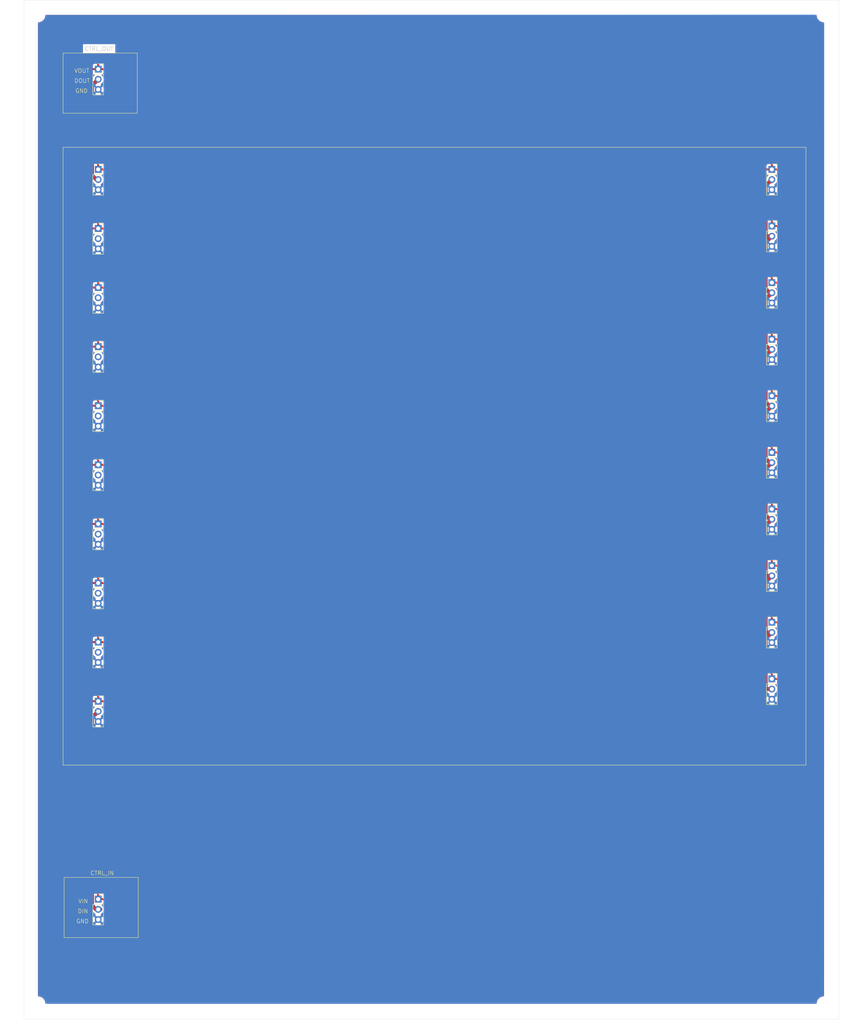
<source format=kicad_pcb>
(kicad_pcb (version 20241229) (generator "pcbnew") (generator_version "9.0")
  (title_block (title "LED Socket Board") (date "2025-03-26"))
  (layers (0 "F.Cu" signal) (2 "B.Cu" signal) (13 "F.Paste" user) (15 "B.Paste" user) (5 "F.SilkS" user "F.Silkscreen") (7 "B.SilkS" user "B.Silkscreen") (1 "F.Mask" user) (3 "B.Mask" user) (25 "Edge.Cuts" user))
  (net 0 "")
  (net 1 "/DIN")
  (net 2 "/VIN")
  (net 3 "/GND")
  (footprint "CustomConnectorPinSocket2.54mm1x03_Vertical:PinSocket_1x03_P2.54mm_Vertical_HandSolder" (layer "F.Cu") (at 224.5 209.666667)
    (property "Reference" "J17" (hide yes))
    (property "Value" "Conn_01x03_Socket")
    (fp_line (start -1.33 1.27) (end -1.33 6.41) (stroke (width 0.12)) (layer "F.SilkS"))
    (fp_line (start -1.33 1.27) (end 1.33 1.27) (stroke (width 0.12)) (layer "F.SilkS"))
    (fp_line (start -1.33 6.41) (end 1.33 6.41) (stroke (width 0.12)) (layer "F.SilkS"))
    (fp_line (start 0 -1.33) (end 1.33 -1.33) (stroke (width 0.12)) (layer "F.SilkS"))
    (fp_line (start 1.33 -1.33) (end 1.33 0) (stroke (width 0.12)) (layer "F.SilkS"))
    (fp_line (start 1.33 1.27) (end 1.33 6.41) (stroke (width 0.12)) (layer "F.SilkS"))
    (pad "1" thru_hole rect (at 0 0) (size 1.7 1.7) (drill 1) (layers "*.Cu" "*.Mask") (net 2 "/VIN"))
    (pad "2" thru_hole circle (at 0 2.54) (size 1.7 1.7) (drill 1) (layers "*.Cu" "*.Mask") (net 1 "/DIN"))
    (pad "3" thru_hole circle (at 0 5.08) (size 1.7 1.7) (drill 1) (layers "*.Cu" "*.Mask") (net 3 "/GND"))
  )
  (footprint "CustomConnectorPinSocket2.54mm1x03_Vertical:PinSocket_1x03_P2.54mm_Vertical_HandSolder" (layer "F.Cu") (at 56.5 213.380316)
    (property "Reference" "J4" (hide yes))
    (property "Value" "Conn_01x03_Socket")
    (fp_line (start -1.33 1.27) (end -1.33 6.41) (stroke (width 0.12)) (layer "F.SilkS"))
    (fp_line (start -1.33 1.27) (end 1.33 1.27) (stroke (width 0.12)) (layer "F.SilkS"))
    (fp_line (start -1.33 6.41) (end 1.33 6.41) (stroke (width 0.12)) (layer "F.SilkS"))
    (fp_line (start 0 -1.33) (end 1.33 -1.33) (stroke (width 0.12)) (layer "F.SilkS"))
    (fp_line (start 1.33 -1.33) (end 1.33 0) (stroke (width 0.12)) (layer "F.SilkS"))
    (fp_line (start 1.33 1.27) (end 1.33 6.41) (stroke (width 0.12)) (layer "F.SilkS"))
    (pad "1" thru_hole rect (at 0 0) (size 1.7 1.7) (drill 1) (layers "*.Cu" "*.Mask") (net 2 "/VIN"))
    (pad "2" thru_hole circle (at 0 2.54) (size 1.7 1.7) (drill 1) (layers "*.Cu" "*.Mask") (net 1 "/DIN"))
    (pad "3" thru_hole circle (at 0 5.08) (size 1.7 1.7) (drill 1) (layers "*.Cu" "*.Mask") (net 3 "/GND"))
  )
  (footprint "CustomConnectorPinSocket2.54mm1x03_Vertical:PinSocket_1x03_P2.54mm_Vertical_HandSolder" (layer "F.Cu") (at 56.5 242.840421)
    (property "Reference" "J2" (hide yes))
    (property "Value" "Conn_01x03_Socket")
    (fp_line (start -1.33 1.27) (end -1.33 6.41) (stroke (width 0.12)) (layer "F.SilkS"))
    (fp_line (start -1.33 1.27) (end 1.33 1.27) (stroke (width 0.12)) (layer "F.SilkS"))
    (fp_line (start -1.33 6.41) (end 1.33 6.41) (stroke (width 0.12)) (layer "F.SilkS"))
    (fp_line (start 0 -1.33) (end 1.33 -1.33) (stroke (width 0.12)) (layer "F.SilkS"))
    (fp_line (start 1.33 -1.33) (end 1.33 0) (stroke (width 0.12)) (layer "F.SilkS"))
    (fp_line (start 1.33 1.27) (end 1.33 6.41) (stroke (width 0.12)) (layer "F.SilkS"))
    (pad "1" thru_hole rect (at 0 0) (size 1.7 1.7) (drill 1) (layers "*.Cu" "*.Mask") (net 2 "/VIN"))
    (pad "2" thru_hole circle (at 0 2.54) (size 1.7 1.7) (drill 1) (layers "*.Cu" "*.Mask") (net 1 "/DIN"))
    (pad "3" thru_hole circle (at 0 5.08) (size 1.7 1.7) (drill 1) (layers "*.Cu" "*.Mask") (net 3 "/GND"))
  )
  (footprint "CustomConnectorPinSocket2.54mm1x03_Vertical:PinSocket_1x03_P2.54mm_Vertical_HandSolder" (layer "F.Cu") (at 56.5 169.190158)
    (property "Reference" "J7" (hide yes))
    (property "Value" "Conn_01x03_Socket")
    (fp_line (start -1.33 1.27) (end -1.33 6.41) (stroke (width 0.12)) (layer "F.SilkS"))
    (fp_line (start -1.33 1.27) (end 1.33 1.27) (stroke (width 0.12)) (layer "F.SilkS"))
    (fp_line (start -1.33 6.41) (end 1.33 6.41) (stroke (width 0.12)) (layer "F.SilkS"))
    (fp_line (start 0 -1.33) (end 1.33 -1.33) (stroke (width 0.12)) (layer "F.SilkS"))
    (fp_line (start 1.33 -1.33) (end 1.33 0) (stroke (width 0.12)) (layer "F.SilkS"))
    (fp_line (start 1.33 1.27) (end 1.33 6.41) (stroke (width 0.12)) (layer "F.SilkS"))
    (pad "1" thru_hole rect (at 0 0) (size 1.7 1.7) (drill 1) (layers "*.Cu" "*.Mask") (net 2 "/VIN"))
    (pad "2" thru_hole circle (at 0 2.54) (size 1.7 1.7) (drill 1) (layers "*.Cu" "*.Mask") (net 1 "/DIN"))
    (pad "3" thru_hole circle (at 0 5.08) (size 1.7 1.7) (drill 1) (layers "*.Cu" "*.Mask") (net 3 "/GND"))
  )
  (footprint "CustomConnectorPinSocket2.54mm1x03_Vertical:PinSocket_1x03_P2.54mm_Vertical_HandSolder" (layer "F.Cu") (at 56.5 125)
    (property "Reference" "J10" (hide yes))
    (property "Value" "Conn_01x03_Socket")
    (fp_line (start -1.33 1.27) (end -1.33 6.41) (stroke (width 0.12)) (layer "F.SilkS"))
    (fp_line (start -1.33 1.27) (end 1.33 1.27) (stroke (width 0.12)) (layer "F.SilkS"))
    (fp_line (start -1.33 6.41) (end 1.33 6.41) (stroke (width 0.12)) (layer "F.SilkS"))
    (fp_line (start 0 -1.33) (end 1.33 -1.33) (stroke (width 0.12)) (layer "F.SilkS"))
    (fp_line (start 1.33 -1.33) (end 1.33 0) (stroke (width 0.12)) (layer "F.SilkS"))
    (fp_line (start 1.33 1.27) (end 1.33 6.41) (stroke (width 0.12)) (layer "F.SilkS"))
    (pad "1" thru_hole rect (at 0 0) (size 1.7 1.7) (drill 1) (layers "*.Cu" "*.Mask") (net 2 "/VIN"))
    (pad "2" thru_hole circle (at 0 2.54) (size 1.7 1.7) (drill 1) (layers "*.Cu" "*.Mask") (net 1 "/DIN"))
    (pad "3" thru_hole circle (at 0 5.08) (size 1.7 1.7) (drill 1) (layers "*.Cu" "*.Mask") (net 3 "/GND"))
  )
  (footprint "CustomConnectorPinSocket2.54mm1x03_Vertical:PinSocket_1x03_P2.54mm_Vertical_HandSolder" (layer "F.Cu") (at 224.5 181.444444)
    (property "Reference" "J15" (hide yes))
    (property "Value" "Conn_01x03_Socket")
    (fp_line (start -1.33 1.27) (end -1.33 6.41) (stroke (width 0.12)) (layer "F.SilkS"))
    (fp_line (start -1.33 1.27) (end 1.33 1.27) (stroke (width 0.12)) (layer "F.SilkS"))
    (fp_line (start -1.33 6.41) (end 1.33 6.41) (stroke (width 0.12)) (layer "F.SilkS"))
    (fp_line (start 0 -1.33) (end 1.33 -1.33) (stroke (width 0.12)) (layer "F.SilkS"))
    (fp_line (start 1.33 -1.33) (end 1.33 0) (stroke (width 0.12)) (layer "F.SilkS"))
    (fp_line (start 1.33 1.27) (end 1.33 6.41) (stroke (width 0.12)) (layer "F.SilkS"))
    (pad "1" thru_hole rect (at 0 0) (size 1.7 1.7) (drill 1) (layers "*.Cu" "*.Mask") (net 2 "/VIN"))
    (pad "2" thru_hole circle (at 0 2.54) (size 1.7 1.7) (drill 1) (layers "*.Cu" "*.Mask") (net 1 "/DIN"))
    (pad "3" thru_hole circle (at 0 5.08) (size 1.7 1.7) (drill 1) (layers "*.Cu" "*.Mask") (net 3 "/GND"))
  )
  (footprint "MountingHole:MountingHole_3.2mm_M3" (layer "F.Cu") (at 41.5 333)
    (property "Reference" "REF**" (hide yes))
    (property "Value" "MountingHole_3.2mm_M3")
    (pad "" np_thru_hole circle (at 0 0) (size 3.2 3.2) (drill 3.2) (layers "*.Cu" "*.Mask"))
  )
  (footprint "CustomConnectorPinSocket2.54mm1x03_Vertical:PinSocket_1x03_P2.54mm_Vertical_HandSolder" (layer "F.Cu") (at 56.5 228.110368)
    (property "Reference" "J3" (hide yes))
    (property "Value" "Conn_01x03_Socket")
    (fp_line (start -1.33 1.27) (end -1.33 6.41) (stroke (width 0.12)) (layer "F.SilkS"))
    (fp_line (start -1.33 1.27) (end 1.33 1.27) (stroke (width 0.12)) (layer "F.SilkS"))
    (fp_line (start -1.33 6.41) (end 1.33 6.41) (stroke (width 0.12)) (layer "F.SilkS"))
    (fp_line (start 0 -1.33) (end 1.33 -1.33) (stroke (width 0.12)) (layer "F.SilkS"))
    (fp_line (start 1.33 -1.33) (end 1.33 0) (stroke (width 0.12)) (layer "F.SilkS"))
    (fp_line (start 1.33 1.27) (end 1.33 6.41) (stroke (width 0.12)) (layer "F.SilkS"))
    (pad "1" thru_hole rect (at 0 0) (size 1.7 1.7) (drill 1) (layers "*.Cu" "*.Mask") (net 2 "/VIN"))
    (pad "2" thru_hole circle (at 0 2.54) (size 1.7 1.7) (drill 1) (layers "*.Cu" "*.Mask") (net 1 "/DIN"))
    (pad "3" thru_hole circle (at 0 5.08) (size 1.7 1.7) (drill 1) (layers "*.Cu" "*.Mask") (net 3 "/GND"))
  )
  (footprint "CustomConnectorPinSocket2.54mm1x03_Vertical:PinSocket_1x03_P2.54mm_Vertical_HandSolder" (layer "F.Cu") (at 56.5 100)
    (property "Reference" "CTRL_OUT1" (hide yes))
    (property "Value" "Conn_01x03_Socket")
    (fp_line (start -1.33 1.27) (end -1.33 6.41) (stroke (width 0.12)) (layer "F.SilkS"))
    (fp_line (start -1.33 1.27) (end 1.33 1.27) (stroke (width 0.12)) (layer "F.SilkS"))
    (fp_line (start -1.33 6.41) (end 1.33 6.41) (stroke (width 0.12)) (layer "F.SilkS"))
    (fp_line (start 0 -1.33) (end 1.33 -1.33) (stroke (width 0.12)) (layer "F.SilkS"))
    (fp_line (start 1.33 -1.33) (end 1.33 0) (stroke (width 0.12)) (layer "F.SilkS"))
    (fp_line (start 1.33 1.27) (end 1.33 6.41) (stroke (width 0.12)) (layer "F.SilkS"))
    (pad "1" thru_hole rect (at 0 0) (size 1.7 1.7) (drill 1) (layers "*.Cu" "*.Mask") (net 2 "/VIN"))
    (pad "2" thru_hole circle (at 0 2.54) (size 1.7 1.7) (drill 1) (layers "*.Cu" "*.Mask") (net 1 "/DIN"))
    (pad "3" thru_hole circle (at 0 5.08) (size 1.7 1.7) (drill 1) (layers "*.Cu" "*.Mask") (net 3 "/GND"))
  )
  (footprint "CustomConnectorPinSocket2.54mm1x03_Vertical:PinSocket_1x03_P2.54mm_Vertical_HandSolder" (layer "F.Cu") (at 224.5 195.555556)
    (property "Reference" "J16" (hide yes))
    (property "Value" "Conn_01x03_Socket")
    (fp_line (start -1.33 1.27) (end -1.33 6.41) (stroke (width 0.12)) (layer "F.SilkS"))
    (fp_line (start -1.33 1.27) (end 1.33 1.27) (stroke (width 0.12)) (layer "F.SilkS"))
    (fp_line (start -1.33 6.41) (end 1.33 6.41) (stroke (width 0.12)) (layer "F.SilkS"))
    (fp_line (start 0 -1.33) (end 1.33 -1.33) (stroke (width 0.12)) (layer "F.SilkS"))
    (fp_line (start 1.33 -1.33) (end 1.33 0) (stroke (width 0.12)) (layer "F.SilkS"))
    (fp_line (start 1.33 1.27) (end 1.33 6.41) (stroke (width 0.12)) (layer "F.SilkS"))
    (pad "1" thru_hole rect (at 0 0) (size 1.7 1.7) (drill 1) (layers "*.Cu" "*.Mask") (net 2 "/VIN"))
    (pad "2" thru_hole circle (at 0 2.54) (size 1.7 1.7) (drill 1) (layers "*.Cu" "*.Mask") (net 1 "/DIN"))
    (pad "3" thru_hole circle (at 0 5.08) (size 1.7 1.7) (drill 1) (layers "*.Cu" "*.Mask") (net 3 "/GND"))
  )
  (footprint "MountingHole:MountingHole_3.2mm_M3" (layer "F.Cu") (at 237.5 333)
    (property "Reference" "REF**" (hide yes))
    (property "Value" "MountingHole_3.2mm_M3")
    (pad "" np_thru_hole circle (at 0 0) (size 3.2 3.2) (drill 3.2) (layers "*.Cu" "*.Mask"))
  )
  (footprint "CustomConnectorPinSocket2.54mm1x03_Vertical:PinSocket_1x03_P2.54mm_Vertical_HandSolder" (layer "F.Cu") (at 224.5 167.333333)
    (property "Reference" "J14" (hide yes))
    (property "Value" "Conn_01x03_Socket")
    (fp_line (start -1.33 1.27) (end -1.33 6.41) (stroke (width 0.12)) (layer "F.SilkS"))
    (fp_line (start -1.33 1.27) (end 1.33 1.27) (stroke (width 0.12)) (layer "F.SilkS"))
    (fp_line (start -1.33 6.41) (end 1.33 6.41) (stroke (width 0.12)) (layer "F.SilkS"))
    (fp_line (start 0 -1.33) (end 1.33 -1.33) (stroke (width 0.12)) (layer "F.SilkS"))
    (fp_line (start 1.33 -1.33) (end 1.33 0) (stroke (width 0.12)) (layer "F.SilkS"))
    (fp_line (start 1.33 1.27) (end 1.33 6.41) (stroke (width 0.12)) (layer "F.SilkS"))
    (pad "1" thru_hole rect (at 0 0) (size 1.7 1.7) (drill 1) (layers "*.Cu" "*.Mask") (net 2 "/VIN"))
    (pad "2" thru_hole circle (at 0 2.54) (size 1.7 1.7) (drill 1) (layers "*.Cu" "*.Mask") (net 1 "/DIN"))
    (pad "3" thru_hole circle (at 0 5.08) (size 1.7 1.7) (drill 1) (layers "*.Cu" "*.Mask") (net 3 "/GND"))
  )
  (footprint "CustomConnectorPinSocket2.54mm1x03_Vertical:PinSocket_1x03_P2.54mm_Vertical_HandSolder" (layer "F.Cu") (at 56.5 154.460105)
    (property "Reference" "J8" (hide yes))
    (property "Value" "Conn_01x03_Socket")
    (fp_line (start -1.33 1.27) (end -1.33 6.41) (stroke (width 0.12)) (layer "F.SilkS"))
    (fp_line (start -1.33 1.27) (end 1.33 1.27) (stroke (width 0.12)) (layer "F.SilkS"))
    (fp_line (start -1.33 6.41) (end 1.33 6.41) (stroke (width 0.12)) (layer "F.SilkS"))
    (fp_line (start 0 -1.33) (end 1.33 -1.33) (stroke (width 0.12)) (layer "F.SilkS"))
    (fp_line (start 1.33 -1.33) (end 1.33 0) (stroke (width 0.12)) (layer "F.SilkS"))
    (fp_line (start 1.33 1.27) (end 1.33 6.41) (stroke (width 0.12)) (layer "F.SilkS"))
    (pad "1" thru_hole rect (at 0 0) (size 1.7 1.7) (drill 1) (layers "*.Cu" "*.Mask") (net 2 "/VIN"))
    (pad "2" thru_hole circle (at 0 2.54) (size 1.7 1.7) (drill 1) (layers "*.Cu" "*.Mask") (net 1 "/DIN"))
    (pad "3" thru_hole circle (at 0 5.08) (size 1.7 1.7) (drill 1) (layers "*.Cu" "*.Mask") (net 3 "/GND"))
  )
  (footprint "CustomConnectorPinSocket2.54mm1x03_Vertical:PinSocket_1x03_P2.54mm_Vertical_HandSolder" (layer "F.Cu") (at 224.5 139.111111)
    (property "Reference" "J13" (hide yes))
    (property "Value" "Conn_01x03_Socket")
    (fp_line (start -1.33 1.27) (end -1.33 6.41) (stroke (width 0.12)) (layer "F.SilkS"))
    (fp_line (start -1.33 1.27) (end 1.33 1.27) (stroke (width 0.12)) (layer "F.SilkS"))
    (fp_line (start -1.33 6.41) (end 1.33 6.41) (stroke (width 0.12)) (layer "F.SilkS"))
    (fp_line (start 0 -1.33) (end 1.33 -1.33) (stroke (width 0.12)) (layer "F.SilkS"))
    (fp_line (start 1.33 -1.33) (end 1.33 0) (stroke (width 0.12)) (layer "F.SilkS"))
    (fp_line (start 1.33 1.27) (end 1.33 6.41) (stroke (width 0.12)) (layer "F.SilkS"))
    (pad "1" thru_hole rect (at 0 0) (size 1.7 1.7) (drill 1) (layers "*.Cu" "*.Mask") (net 2 "/VIN"))
    (pad "2" thru_hole circle (at 0 2.54) (size 1.7 1.7) (drill 1) (layers "*.Cu" "*.Mask") (net 1 "/DIN"))
    (pad "3" thru_hole circle (at 0 5.08) (size 1.7 1.7) (drill 1) (layers "*.Cu" "*.Mask") (net 3 "/GND"))
  )
  (footprint "CustomConnectorPinSocket2.54mm1x03_Vertical:PinSocket_1x03_P2.54mm_Vertical_HandSolder" (layer "F.Cu") (at 56.5 139.730053)
    (property "Reference" "J9" (hide yes))
    (property "Value" "Conn_01x03_Socket")
    (fp_line (start -1.33 1.27) (end -1.33 6.41) (stroke (width 0.12)) (layer "F.SilkS"))
    (fp_line (start -1.33 1.27) (end 1.33 1.27) (stroke (width 0.12)) (layer "F.SilkS"))
    (fp_line (start -1.33 6.41) (end 1.33 6.41) (stroke (width 0.12)) (layer "F.SilkS"))
    (fp_line (start 0 -1.33) (end 1.33 -1.33) (stroke (width 0.12)) (layer "F.SilkS"))
    (fp_line (start 1.33 -1.33) (end 1.33 0) (stroke (width 0.12)) (layer "F.SilkS"))
    (fp_line (start 1.33 1.27) (end 1.33 6.41) (stroke (width 0.12)) (layer "F.SilkS"))
    (pad "1" thru_hole rect (at 0 0) (size 1.7 1.7) (drill 1) (layers "*.Cu" "*.Mask") (net 2 "/VIN"))
    (pad "2" thru_hole circle (at 0 2.54) (size 1.7 1.7) (drill 1) (layers "*.Cu" "*.Mask") (net 1 "/DIN"))
    (pad "3" thru_hole circle (at 0 5.08) (size 1.7 1.7) (drill 1) (layers "*.Cu" "*.Mask") (net 3 "/GND"))
  )
  (footprint "CustomConnectorPinSocket2.54mm1x03_Vertical:PinSocket_1x03_P2.54mm_Vertical_HandSolder" (layer "F.Cu") (at 224.5 153.222222)
    (property "Reference" "J12" (hide yes))
    (property "Value" "Conn_01x03_Socket")
    (fp_line (start -1.33 1.27) (end -1.33 6.41) (stroke (width 0.12)) (layer "F.SilkS"))
    (fp_line (start -1.33 1.27) (end 1.33 1.27) (stroke (width 0.12)) (layer "F.SilkS"))
    (fp_line (start -1.33 6.41) (end 1.33 6.41) (stroke (width 0.12)) (layer "F.SilkS"))
    (fp_line (start 0 -1.33) (end 1.33 -1.33) (stroke (width 0.12)) (layer "F.SilkS"))
    (fp_line (start 1.33 -1.33) (end 1.33 0) (stroke (width 0.12)) (layer "F.SilkS"))
    (fp_line (start 1.33 1.27) (end 1.33 6.41) (stroke (width 0.12)) (layer "F.SilkS"))
    (pad "1" thru_hole rect (at 0 0) (size 1.7 1.7) (drill 1) (layers "*.Cu" "*.Mask") (net 2 "/VIN"))
    (pad "2" thru_hole circle (at 0 2.54) (size 1.7 1.7) (drill 1) (layers "*.Cu" "*.Mask") (net 1 "/DIN"))
    (pad "3" thru_hole circle (at 0 5.08) (size 1.7 1.7) (drill 1) (layers "*.Cu" "*.Mask") (net 3 "/GND"))
  )
  (footprint "CustomConnectorPinSocket2.54mm1x03_Vertical:PinSocket_1x03_P2.54mm_Vertical_HandSolder" (layer "F.Cu") (at 224.5 125)
    (property "Reference" "J11" (hide yes))
    (property "Value" "Conn_01x03_Socket")
    (fp_line (start -1.33 1.27) (end -1.33 6.41) (stroke (width 0.12)) (layer "F.SilkS"))
    (fp_line (start -1.33 1.27) (end 1.33 1.27) (stroke (width 0.12)) (layer "F.SilkS"))
    (fp_line (start -1.33 6.41) (end 1.33 6.41) (stroke (width 0.12)) (layer "F.SilkS"))
    (fp_line (start 0 -1.33) (end 1.33 -1.33) (stroke (width 0.12)) (layer "F.SilkS"))
    (fp_line (start 1.33 -1.33) (end 1.33 0) (stroke (width 0.12)) (layer "F.SilkS"))
    (fp_line (start 1.33 1.27) (end 1.33 6.41) (stroke (width 0.12)) (layer "F.SilkS"))
    (pad "1" thru_hole rect (at 0 0) (size 1.7 1.7) (drill 1) (layers "*.Cu" "*.Mask") (net 2 "/VIN"))
    (pad "2" thru_hole circle (at 0 2.54) (size 1.7 1.7) (drill 1) (layers "*.Cu" "*.Mask") (net 1 "/DIN"))
    (pad "3" thru_hole circle (at 0 5.08) (size 1.7 1.7) (drill 1) (layers "*.Cu" "*.Mask") (net 3 "/GND"))
  )
  (footprint "CustomConnectorPinSocket2.54mm1x03_Vertical:PinSocket_1x03_P2.54mm_Vertical_HandSolder" (layer "F.Cu") (at 56.5 257.570474)
    (property "Reference" "J1" (hide yes))
    (property "Value" "Conn_01x03_Socket")
    (fp_line (start -1.33 1.27) (end -1.33 6.41) (stroke (width 0.12)) (layer "F.SilkS"))
    (fp_line (start -1.33 1.27) (end 1.33 1.27) (stroke (width 0.12)) (layer "F.SilkS"))
    (fp_line (start -1.33 6.41) (end 1.33 6.41) (stroke (width 0.12)) (layer "F.SilkS"))
    (fp_line (start 0 -1.33) (end 1.33 -1.33) (stroke (width 0.12)) (layer "F.SilkS"))
    (fp_line (start 1.33 -1.33) (end 1.33 0) (stroke (width 0.12)) (layer "F.SilkS"))
    (fp_line (start 1.33 1.27) (end 1.33 6.41) (stroke (width 0.12)) (layer "F.SilkS"))
    (pad "1" thru_hole rect (at 0 0) (size 1.7 1.7) (drill 1) (layers "*.Cu" "*.Mask") (net 2 "/VIN"))
    (pad "2" thru_hole circle (at 0 2.54) (size 1.7 1.7) (drill 1) (layers "*.Cu" "*.Mask") (net 1 "/DIN"))
    (pad "3" thru_hole circle (at 0 5.08) (size 1.7 1.7) (drill 1) (layers "*.Cu" "*.Mask") (net 3 "/GND"))
  )
  (footprint "CustomConnectorPinSocket2.54mm1x03_Vertical:PinSocket_1x03_P2.54mm_Vertical_HandSolder" (layer "F.Cu") (at 224.5 252)
    (property "Reference" "J20" (hide yes))
    (property "Value" "Conn_01x03_Socket")
    (fp_line (start -1.33 1.27) (end -1.33 6.41) (stroke (width 0.12)) (layer "F.SilkS"))
    (fp_line (start -1.33 1.27) (end 1.33 1.27) (stroke (width 0.12)) (layer "F.SilkS"))
    (fp_line (start -1.33 6.41) (end 1.33 6.41) (stroke (width 0.12)) (layer "F.SilkS"))
    (fp_line (start 0 -1.33) (end 1.33 -1.33) (stroke (width 0.12)) (layer "F.SilkS"))
    (fp_line (start 1.33 -1.33) (end 1.33 0) (stroke (width 0.12)) (layer "F.SilkS"))
    (fp_line (start 1.33 1.27) (end 1.33 6.41) (stroke (width 0.12)) (layer "F.SilkS"))
    (pad "1" thru_hole rect (at 0 0) (size 1.7 1.7) (drill 1) (layers "*.Cu" "*.Mask") (net 2 "/VIN"))
    (pad "2" thru_hole circle (at 0 2.54) (size 1.7 1.7) (drill 1) (layers "*.Cu" "*.Mask") (net 1 "/DIN"))
    (pad "3" thru_hole circle (at 0 5.08) (size 1.7 1.7) (drill 1) (layers "*.Cu" "*.Mask") (net 3 "/GND"))
  )
  (footprint "MountingHole:MountingHole_3.2mm_M3" (layer "F.Cu") (at 41.5 86.5)
    (property "Reference" "REF**" (hide yes))
    (property "Value" "MountingHole_3.2mm_M3")
    (pad "" np_thru_hole circle (at 0 0) (size 3.2 3.2) (drill 3.2) (layers "*.Cu" "*.Mask"))
  )
  (footprint "CustomConnectorPinSocket2.54mm1x03_Vertical:PinSocket_1x03_P2.54mm_Vertical_HandSolder" (layer "F.Cu") (at 56.5 183.920211)
    (property "Reference" "J6" (hide yes))
    (property "Value" "Conn_01x03_Socket")
    (fp_line (start -1.33 1.27) (end -1.33 6.41) (stroke (width 0.12)) (layer "F.SilkS"))
    (fp_line (start -1.33 1.27) (end 1.33 1.27) (stroke (width 0.12)) (layer "F.SilkS"))
    (fp_line (start -1.33 6.41) (end 1.33 6.41) (stroke (width 0.12)) (layer "F.SilkS"))
    (fp_line (start 0 -1.33) (end 1.33 -1.33) (stroke (width 0.12)) (layer "F.SilkS"))
    (fp_line (start 1.33 -1.33) (end 1.33 0) (stroke (width 0.12)) (layer "F.SilkS"))
    (fp_line (start 1.33 1.27) (end 1.33 6.41) (stroke (width 0.12)) (layer "F.SilkS"))
    (pad "1" thru_hole rect (at 0 0) (size 1.7 1.7) (drill 1) (layers "*.Cu" "*.Mask") (net 2 "/VIN"))
    (pad "2" thru_hole circle (at 0 2.54) (size 1.7 1.7) (drill 1) (layers "*.Cu" "*.Mask") (net 1 "/DIN"))
    (pad "3" thru_hole circle (at 0 5.08) (size 1.7 1.7) (drill 1) (layers "*.Cu" "*.Mask") (net 3 "/GND"))
  )
  (footprint "CustomConnectorPinSocket2.54mm1x03_Vertical:PinSocket_1x03_P2.54mm_Vertical_HandSolder" (layer "F.Cu") (at 224.5 223.777778)
    (property "Reference" "J18" (hide yes))
    (property "Value" "Conn_01x03_Socket")
    (fp_line (start -1.33 1.27) (end -1.33 6.41) (stroke (width 0.12)) (layer "F.SilkS"))
    (fp_line (start -1.33 1.27) (end 1.33 1.27) (stroke (width 0.12)) (layer "F.SilkS"))
    (fp_line (start -1.33 6.41) (end 1.33 6.41) (stroke (width 0.12)) (layer "F.SilkS"))
    (fp_line (start 0 -1.33) (end 1.33 -1.33) (stroke (width 0.12)) (layer "F.SilkS"))
    (fp_line (start 1.33 -1.33) (end 1.33 0) (stroke (width 0.12)) (layer "F.SilkS"))
    (fp_line (start 1.33 1.27) (end 1.33 6.41) (stroke (width 0.12)) (layer "F.SilkS"))
    (pad "1" thru_hole rect (at 0 0) (size 1.7 1.7) (drill 1) (layers "*.Cu" "*.Mask") (net 2 "/VIN"))
    (pad "2" thru_hole circle (at 0 2.54) (size 1.7 1.7) (drill 1) (layers "*.Cu" "*.Mask") (net 1 "/DIN"))
    (pad "3" thru_hole circle (at 0 5.08) (size 1.7 1.7) (drill 1) (layers "*.Cu" "*.Mask") (net 3 "/GND"))
  )
  (footprint "CustomConnectorPinSocket2.54mm1x03_Vertical:PinSocket_1x03_P2.54mm_Vertical_HandSolder" (layer "F.Cu") (at 56.5 198.650263)
    (property "Reference" "J5" (hide yes))
    (property "Value" "Conn_01x03_Socket")
    (fp_line (start -1.33 1.27) (end -1.33 6.41) (stroke (width 0.12)) (layer "F.SilkS"))
    (fp_line (start -1.33 1.27) (end 1.33 1.27) (stroke (width 0.12)) (layer "F.SilkS"))
    (fp_line (start -1.33 6.41) (end 1.33 6.41) (stroke (width 0.12)) (layer "F.SilkS"))
    (fp_line (start 0 -1.33) (end 1.33 -1.33) (stroke (width 0.12)) (layer "F.SilkS"))
    (fp_line (start 1.33 -1.33) (end 1.33 0) (stroke (width 0.12)) (layer "F.SilkS"))
    (fp_line (start 1.33 1.27) (end 1.33 6.41) (stroke (width 0.12)) (layer "F.SilkS"))
    (pad "1" thru_hole rect (at 0 0) (size 1.7 1.7) (drill 1) (layers "*.Cu" "*.Mask") (net 2 "/VIN"))
    (pad "2" thru_hole circle (at 0 2.54) (size 1.7 1.7) (drill 1) (layers "*.Cu" "*.Mask") (net 1 "/DIN"))
    (pad "3" thru_hole circle (at 0 5.08) (size 1.7 1.7) (drill 1) (layers "*.Cu" "*.Mask") (net 3 "/GND"))
  )
  (footprint "CustomConnectorPinSocket2.54mm1x03_Vertical:PinSocket_1x03_P2.54mm_Vertical_HandSolder" (layer "F.Cu") (at 56.5 306.92)
    (property "Reference" "CTRL_IN1" (hide yes))
    (property "Value" "Conn_01x03_Socket")
    (fp_line (start -1.33 1.27) (end -1.33 6.41) (stroke (width 0.12)) (layer "F.SilkS"))
    (fp_line (start -1.33 1.27) (end 1.33 1.27) (stroke (width 0.12)) (layer "F.SilkS"))
    (fp_line (start -1.33 6.41) (end 1.33 6.41) (stroke (width 0.12)) (layer "F.SilkS"))
    (fp_line (start 0 -1.33) (end 1.33 -1.33) (stroke (width 0.12)) (layer "F.SilkS"))
    (fp_line (start 1.33 -1.33) (end 1.33 0) (stroke (width 0.12)) (layer "F.SilkS"))
    (fp_line (start 1.33 1.27) (end 1.33 6.41) (stroke (width 0.12)) (layer "F.SilkS"))
    (pad "1" thru_hole rect (at 0 0) (size 1.7 1.7) (drill 1) (layers "*.Cu" "*.Mask") (net 2 "/VIN"))
    (pad "2" thru_hole circle (at 0 2.54) (size 1.7 1.7) (drill 1) (layers "*.Cu" "*.Mask") (net 1 "/DIN"))
    (pad "3" thru_hole circle (at 0 5.08) (size 1.7 1.7) (drill 1) (layers "*.Cu" "*.Mask") (net 3 "/GND"))
  )
  (footprint "CustomConnectorPinSocket2.54mm1x03_Vertical:PinSocket_1x03_P2.54mm_Vertical_HandSolder" (layer "F.Cu") (at 224.5 237.888889)
    (property "Reference" "J19" (hide yes))
    (property "Value" "Conn_01x03_Socket")
    (fp_line (start -1.33 1.27) (end -1.33 6.41) (stroke (width 0.12)) (layer "F.SilkS"))
    (fp_line (start -1.33 1.27) (end 1.33 1.27) (stroke (width 0.12)) (layer "F.SilkS"))
    (fp_line (start -1.33 6.41) (end 1.33 6.41) (stroke (width 0.12)) (layer "F.SilkS"))
    (fp_line (start 0 -1.33) (end 1.33 -1.33) (stroke (width 0.12)) (layer "F.SilkS"))
    (fp_line (start 1.33 -1.33) (end 1.33 0) (stroke (width 0.12)) (layer "F.SilkS"))
    (fp_line (start 1.33 1.27) (end 1.33 6.41) (stroke (width 0.12)) (layer "F.SilkS"))
    (pad "1" thru_hole rect (at 0 0) (size 1.7 1.7) (drill 1) (layers "*.Cu" "*.Mask") (net 2 "/VIN"))
    (pad "2" thru_hole circle (at 0 2.54) (size 1.7 1.7) (drill 1) (layers "*.Cu" "*.Mask") (net 1 "/DIN"))
    (pad "3" thru_hole circle (at 0 5.08) (size 1.7 1.7) (drill 1) (layers "*.Cu" "*.Mask") (net 3 "/GND"))
  )
  (footprint "MountingHole:MountingHole_3.2mm_M3" (layer "F.Cu") (at 237.5 86.5)
    (property "Reference" "REF**" (hide yes))
    (property "Value" "MountingHole_3.2mm_M3")
    (pad "" np_thru_hole circle (at 0 0) (size 3.2 3.2) (drill 3.2) (layers "*.Cu" "*.Mask"))
  )
  (gr_line (start 47.75 111) (end 66.25 111) (stroke (width 0.1)) (layer "F.SilkS"))
  (gr_line (start 47.75 96) (end 47.75 111) (stroke (width 0.1)) (layer "F.SilkS"))
  (gr_line (start 48 301.5) (end 48 316.5) (stroke (width 0.1)) (layer "F.SilkS"))
  (gr_line (start 48 301.5) (end 66.5 301.5) (stroke (width 0.1)) (layer "F.SilkS"))
  (gr_line (start 47.75 96) (end 66.25 96) (stroke (width 0.1)) (layer "F.SilkS"))
  (gr_line (start 48 316.5) (end 66.5 316.5) (stroke (width 0.1)) (layer "F.SilkS"))
  (gr_line (start 66.25 111) (end 66.25 96) (stroke (width 0.1)) (layer "F.SilkS"))
  (gr_line (start 233 119.5) (end 233 273.5) (stroke (width 0.1)) (layer "F.SilkS"))
  (gr_line (start 47.75 119.5) (end 233 119.5) (stroke (width 0.1)) (layer "F.SilkS"))
  (gr_line (start 47.75 273.5) (end 47.75 119.5) (stroke (width 0.1)) (layer "F.SilkS"))
  (gr_line (start 233 273.5) (end 47.75 273.5) (stroke (width 0.1)) (layer "F.SilkS"))
  (gr_line (start 66.5 316.5) (end 66.5 301.5) (stroke (width 0.1)) (layer "F.SilkS"))
  (gr_rect (start 38 82.8) (end 241.2 336.8) (stroke (width 0.05)) (fill no) (layer "Edge.Cuts"))
  (gr_text "DIN" (at 51.371832 310.5 0) (layer "F.SilkS") (effects (font (size 1 1) (thickness 0.1)) (justify left bottom)))
  (gr_text "CTRL_IN" (at 54.5 301 0) (layer "F.SilkS") (effects (font (size 1 1) (thickness 0.1)) (justify left bottom)))
  (gr_text "DOUT\n" (at 50.5 103.5 0) (layer "F.SilkS") (effects (font (size 1 1) (thickness 0.1)) (justify left bottom)))
  (gr_text "VIN" (at 51.5 308 0) (layer "F.SilkS") (effects (font (size 1 1) (thickness 0.1)) (justify left bottom)))
  (gr_text "VOUT\n" (at 50.5 101 0) (layer "F.SilkS") (effects (font (size 1 1) (thickness 0.1)) (justify left bottom)))
  (gr_text "GND" (at 51 313 0) (layer "F.SilkS") (effects (font (size 1 1) (thickness 0.1)) (justify left bottom)))
  (gr_text "GND" (at 50.75 106 0) (layer "F.SilkS") (effects (font (size 1 1) (thickness 0.1)) (justify left bottom)))
  (gr_text "CTRL_OUT\n" (at 53 95.5 0) (layer "Edge.Cuts") (effects (font (size 1 1)) (justify left bottom)))
  (segment (start 224.5 212.206667) (end 223.938 212.206667) (width 1) (layer "F.Cu") (net 1))
  (segment (start 222.949 225.968859) (end 222.949 213.757667) (width 1) (layer "F.Cu") (net 1))
  (segment (start 224.5 183.984444) (end 223.938 183.984444) (width 1) (layer "F.Cu") (net 1))
  (segment (start 223.297919 141.651111) (end 222.949 141.302192) (width 1) (layer "F.Cu") (net 1))
  (segment (start 56.5 309.46) (end 55.938 309.46) (width 1) (layer "F.Cu") (net 1))
  (segment (start 54.949 104.091) (end 54.949 126.449) (width 1) (layer "F.Cu") (net 1))
  (segment (start 224.5 254.54) (end 223.297919 254.54) (width 1) (layer "F.Cu") (net 1))
  (segment (start 223.297919 240.428889) (end 222.949 240.07997) (width 1) (layer "F.Cu") (net 1))
  (segment (start 222.949 141.302192) (end 222.949 129.091) (width 1) (layer "F.Cu") (net 1))
  (segment (start 223.297919 226.317778) (end 222.949 225.968859) (width 1) (layer "F.Cu") (net 1))
  (segment (start 224.5 226.317778) (end 223.297919 226.317778) (width 1) (layer "F.Cu") (net 1))
  (segment (start 222.949 213.757667) (end 224.5 212.206667) (width 1) (layer "F.Cu") (net 1))
  (segment (start 223.938 198.095556) (end 222.949 197.106556) (width 1) (layer "F.Cu") (net 1))
  (segment (start 222.949 199.646556) (end 224.5 198.095556) (width 1) (layer "F.Cu") (net 1))
  (segment (start 222.949 240.07997) (end 222.949 227.868778) (width 1) (layer "F.Cu") (net 1))
  (segment (start 223.938 169.873333) (end 222.949 168.884333) (width 1) (layer "F.Cu") (net 1))
  (segment (start 222.949 168.884333) (end 222.949 157.313222) (width 1) (layer "F.Cu") (net 1))
  (segment (start 222.949 154.773222) (end 222.949 143.202111) (width 1) (layer "F.Cu") (net 1))
  (segment (start 222.949 227.868778) (end 224.5 226.317778) (width 1) (layer "F.Cu") (net 1))
  (segment (start 54.949 308.471) (end 54.949 261.661474) (width 1) (layer "F.Cu") (net 1))
  (segment (start 56.5 309.46) (end 57.062 309.46) (width 1) (layer "F.Cu") (net 1))
  (segment (start 224.5 198.095556) (end 223.938 198.095556) (width 1) (layer "F.Cu") (net 1))
  (segment (start 222.949 157.313222) (end 224.5 155.762222) (width 1) (layer "F.Cu") (net 1))
  (segment (start 222.949 197.106556) (end 222.949 185.535444) (width 1) (layer "F.Cu") (net 1))
  (segment (start 222.949 185.535444) (end 224.5 183.984444) (width 1) (layer "F.Cu") (net 1))
  (segment (start 222.949 241.979889) (end 224.5 240.428889) (width 1) (layer "F.Cu") (net 1))
  (segment (start 224.5 240.428889) (end 223.297919 240.428889) (width 1) (layer "F.Cu") (net 1))
  (segment (start 222.949 254.191081) (end 222.949 241.979889) (width 1) (layer "F.Cu") (net 1))
  (segment (start 223.938 212.206667) (end 222.949 211.217667) (width 1) (layer "F.Cu") (net 1))
  (segment (start 54.949 126.449) (end 56.04 127.54) (width 1) (layer "F.Cu") (net 1))
  (segment (start 223.297919 254.54) (end 222.949 254.191081) (width 1) (layer "F.Cu") (net 1))
  (segment (start 56.5 102.54) (end 54.949 104.091) (width 1) (layer "F.Cu") (net 1))
  (segment (start 55.938 309.46) (end 54.949 308.471) (width 1) (layer "F.Cu") (net 1))
  (segment (start 222.949 171.424333) (end 224.5 169.873333) (width 1) (layer "F.Cu") (net 1))
  (segment (start 56.04 127.54) (end 56.5 127.54) (width 1) (layer "F.Cu") (net 1))
  (segment (start 223.938 183.984444) (end 222.949 182.995444) (width 1) (layer "F.Cu") (net 1))
  (segment (start 222.949 129.091) (end 224.5 127.54) (width 1) (layer "F.Cu") (net 1))
  (segment (start 222.949 182.995444) (end 222.949 171.424333) (width 1) (layer "F.Cu") (net 1))
  (segment (start 223.938 155.762222) (end 222.949 154.773222) (width 1) (layer "F.Cu") (net 1))
  (segment (start 54.949 261.661474) (end 56.5 260.110474) (width 1) (layer "F.Cu") (net 1))
  (segment (start 224.5 155.762222) (end 223.938 155.762222) (width 1) (layer "F.Cu") (net 1))
  (segment (start 222.949 211.217667) (end 222.949 199.646556) (width 1) (layer "F.Cu") (net 1))
  (segment (start 224.5 141.651111) (end 223.297919 141.651111) (width 1) (layer "F.Cu") (net 1))
  (segment (start 224.5 169.873333) (end 223.938 169.873333) (width 1) (layer "F.Cu") (net 1))
  (segment (start 222.949 143.202111) (end 224.5 141.651111) (width 1) (layer "F.Cu") (net 1))
  (zone (net 2) (net_name "/VIN") (layer "F.Cu") (connect_pads (clearance 0.5)) (min_thickness 0.25) (fill yes (thermal_gap 0.5) (thermal_bridge_width 0.5))
    (polygon (pts (xy 237.5 86.5) (xy 237.5 333) (xy 41.5 333) (xy 41.5 86.5)))
  )
  (zone (net 3) (net_name "/GND") (layer "B.Cu") (priority 1) (connect_pads (clearance 0.5)) (min_thickness 0.25) (fill yes (thermal_gap 0.5) (thermal_bridge_width 0.5))
    (polygon (pts (xy 237.547135 86.435963) (xy 41.5 86.5) (xy 41.5 333) (xy 237.5 333)))
  )
)
</source>
